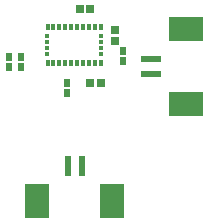
<source format=gbp>
G04 Layer_Color=16770453*
%FSLAX25Y25*%
%MOIN*%
G70*
G01*
G75*
%ADD21R,0.02677X0.02520*%
%ADD35R,0.11811X0.08268*%
%ADD36R,0.07087X0.02362*%
%ADD37R,0.08268X0.11811*%
%ADD38R,0.02362X0.07087*%
%ADD39R,0.01181X0.02067*%
%ADD40R,0.01673X0.01181*%
%ADD41R,0.02362X0.02559*%
%ADD42R,0.02520X0.02677*%
D21*
X296890Y341831D02*
D03*
X300354D02*
D03*
X303701Y317323D02*
D03*
X300236D02*
D03*
D35*
X332283Y335236D02*
D03*
Y310236D02*
D03*
D36*
X320472Y320276D02*
D03*
Y325197D02*
D03*
D37*
X307677Y277953D02*
D03*
X282677D02*
D03*
D38*
X292717Y289764D02*
D03*
X297638D02*
D03*
D39*
X303740Y336073D02*
D03*
X301772D02*
D03*
X299803D02*
D03*
X297835D02*
D03*
X295866D02*
D03*
X293898D02*
D03*
X291929D02*
D03*
X289961D02*
D03*
X287992D02*
D03*
X286024D02*
D03*
Y323770D02*
D03*
X287992D02*
D03*
X289961D02*
D03*
X291929D02*
D03*
X293898D02*
D03*
X295866D02*
D03*
X297835D02*
D03*
X299803D02*
D03*
X301772D02*
D03*
X303740D02*
D03*
D40*
X303986Y326969D02*
D03*
Y328937D02*
D03*
Y330906D02*
D03*
Y332874D02*
D03*
X285778Y326969D02*
D03*
Y328937D02*
D03*
Y330906D02*
D03*
Y332874D02*
D03*
D41*
X273031Y322539D02*
D03*
Y325886D02*
D03*
X277067Y322539D02*
D03*
Y325886D02*
D03*
X292520Y314075D02*
D03*
Y317421D02*
D03*
X311024Y328051D02*
D03*
Y324705D02*
D03*
D42*
X308661Y334803D02*
D03*
Y331339D02*
D03*
M02*

</source>
